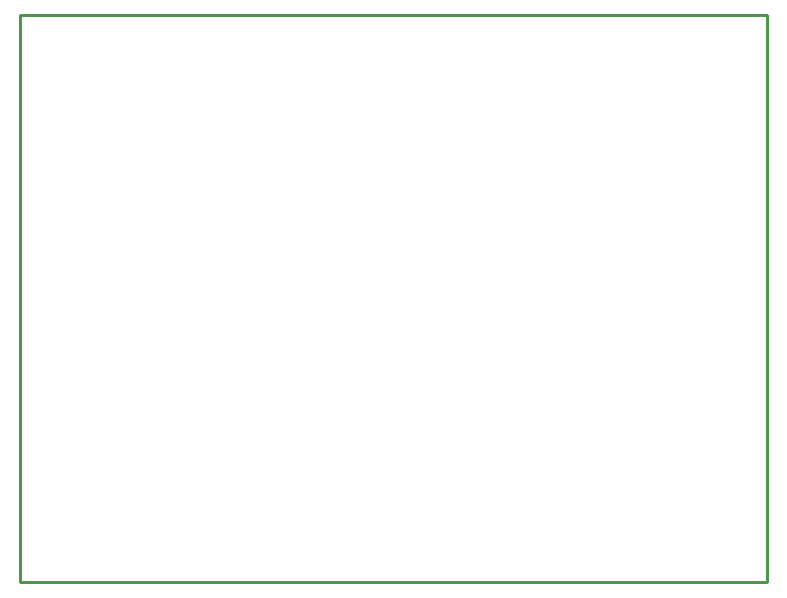
<source format=gbr>
G04 start of page 10 for group -4078 idx -4078 *
G04 Title: (unknown), bottomsilk *
G04 Creator: pcb 20140316 *
G04 CreationDate: Tue 03 Nov 2015 08:28:20 PM GMT UTC *
G04 For: ndholmes *
G04 Format: Gerber/RS-274X *
G04 PCB-Dimensions (mil): 2500.00 1900.00 *
G04 PCB-Coordinate-Origin: lower left *
%MOIN*%
%FSLAX25Y25*%
%LNBOTTOMSILK*%
%ADD88C,0.0100*%
G54D88*X500Y500D02*X249500D01*
Y189500D01*
X500D01*
Y500D01*
M02*

</source>
